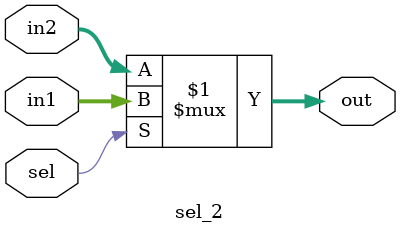
<source format=sv>
module sel_2#(parameter WIDTH = 32)(
    input[WIDTH-1:0]    in1,
    input[WIDTH-1:0]    in2,
    input               sel,
    output[WIDTH-1:0]   out
);

assign out = sel ? in1 : in2;

endmodule
</source>
